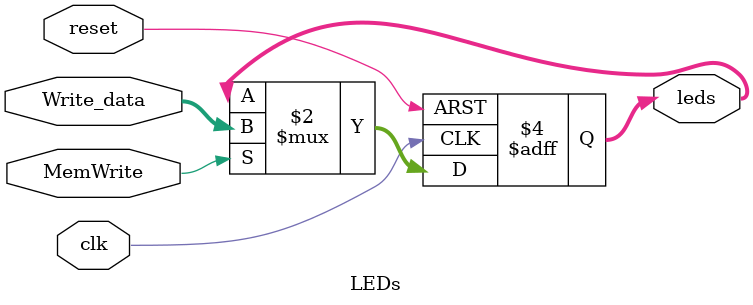
<source format=v>
`timescale 1ns / 1ps


module LEDs(clk, reset,
            leds, MemWrite, Write_data
    );
    input clk, reset;
    input MemWrite;
    input [31:0] Write_data;
    output reg [31:0] leds;
    
    always @(posedge clk or posedge reset)
        begin
            if(reset) begin
                leds <= 32'h0000_0000;
            end
            else if(MemWrite) begin
                leds <= Write_data;
            end
        end
endmodule

</source>
